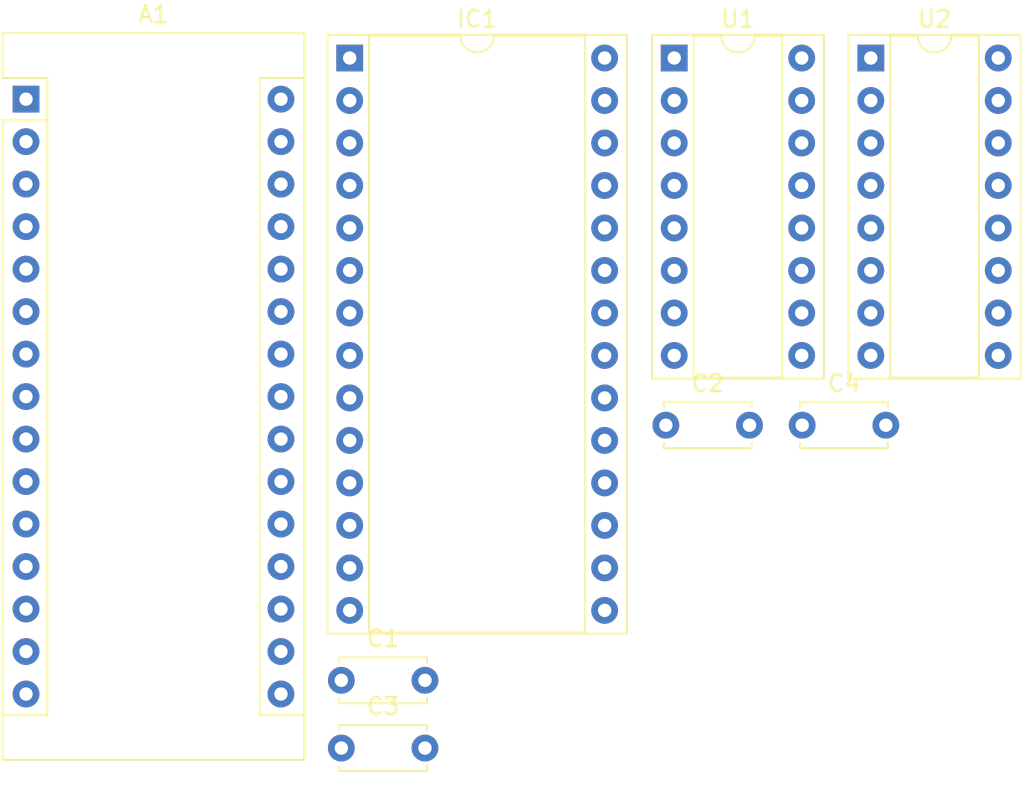
<source format=kicad_pcb>
(kicad_pcb (version 20171130) (host pcbnew "(5.1.0)-1")

  (general
    (thickness 1.6)
    (drawings 0)
    (tracks 0)
    (zones 0)
    (modules 8)
    (nets 33)
  )

  (page A4)
  (layers
    (0 F.Cu signal)
    (31 B.Cu signal)
    (32 B.Adhes user)
    (33 F.Adhes user)
    (34 B.Paste user)
    (35 F.Paste user)
    (36 B.SilkS user)
    (37 F.SilkS user)
    (38 B.Mask user)
    (39 F.Mask user)
    (40 Dwgs.User user)
    (41 Cmts.User user)
    (42 Eco1.User user)
    (43 Eco2.User user)
    (44 Edge.Cuts user)
    (45 Margin user)
    (46 B.CrtYd user)
    (47 F.CrtYd user)
    (48 B.Fab user)
    (49 F.Fab user)
  )

  (setup
    (last_trace_width 0.1534)
    (trace_clearance 0.1524)
    (zone_clearance 0.508)
    (zone_45_only no)
    (trace_min 0.1524)
    (via_size 0.508)
    (via_drill 0.254)
    (via_min_size 0.508)
    (via_min_drill 0.254)
    (uvia_size 0.508)
    (uvia_drill 0.254)
    (uvias_allowed no)
    (uvia_min_size 0.508)
    (uvia_min_drill 0.254)
    (edge_width 0.1)
    (segment_width 0.2)
    (pcb_text_width 0.3)
    (pcb_text_size 1.5 1.5)
    (mod_edge_width 0.15)
    (mod_text_size 1 1)
    (mod_text_width 0.15)
    (pad_size 1.524 1.524)
    (pad_drill 0.762)
    (pad_to_mask_clearance 0)
    (aux_axis_origin 0 0)
    (visible_elements FFFFFF7F)
    (pcbplotparams
      (layerselection 0x010fc_ffffffff)
      (usegerberextensions false)
      (usegerberattributes false)
      (usegerberadvancedattributes false)
      (creategerberjobfile false)
      (excludeedgelayer true)
      (linewidth 0.100000)
      (plotframeref false)
      (viasonmask false)
      (mode 1)
      (useauxorigin false)
      (hpglpennumber 1)
      (hpglpenspeed 20)
      (hpglpendiameter 15.000000)
      (psnegative false)
      (psa4output false)
      (plotreference true)
      (plotvalue true)
      (plotinvisibletext false)
      (padsonsilk false)
      (subtractmaskfromsilk false)
      (outputformat 1)
      (mirror false)
      (drillshape 1)
      (scaleselection 1)
      (outputdirectory ""))
  )

  (net 0 "")
  (net 1 srNotResetAll)
  (net 2 srReadClock)
  (net 3 /data0)
  (net 4 srNotOutputEnable)
  (net 5 /data1)
  (net 6 srSerialClock)
  (net 7 /data2)
  (net 8 srSerialData)
  (net 9 /data3)
  (net 10 /data4)
  (net 11 /data5)
  (net 12 /data6)
  (net 13 Arduino5V)
  (net 14 /data7)
  (net 15 eeNotWriteEnable)
  (net 16 GND)
  (net 17 eeNotChipEnable)
  (net 18 eeNotOutputEnable)
  (net 19 /addr12)
  (net 20 /addr07)
  (net 21 /addr06)
  (net 22 /addr05)
  (net 23 /addr04)
  (net 24 /addr03)
  (net 25 /addr10)
  (net 26 /addr02)
  (net 27 /addr01)
  (net 28 /addr11)
  (net 29 /addr00)
  (net 30 /addr09)
  (net 31 /addr08)
  (net 32 "Net-(U1-Pad9)")

  (net_class Default "This is the default net class."
    (clearance 0.1524)
    (trace_width 0.1534)
    (via_dia 0.508)
    (via_drill 0.254)
    (uvia_dia 0.508)
    (uvia_drill 0.254)
    (add_net /addr00)
    (add_net /addr01)
    (add_net /addr02)
    (add_net /addr03)
    (add_net /addr04)
    (add_net /addr05)
    (add_net /addr06)
    (add_net /addr07)
    (add_net /addr08)
    (add_net /addr09)
    (add_net /addr10)
    (add_net /addr11)
    (add_net /addr12)
    (add_net /data0)
    (add_net /data1)
    (add_net /data2)
    (add_net /data3)
    (add_net /data4)
    (add_net /data5)
    (add_net /data6)
    (add_net /data7)
    (add_net Arduino5V)
    (add_net GND)
    (add_net "Net-(U1-Pad9)")
    (add_net eeNotChipEnable)
    (add_net eeNotOutputEnable)
    (add_net eeNotWriteEnable)
    (add_net srNotOutputEnable)
    (add_net srNotResetAll)
    (add_net srReadClock)
    (add_net srSerialClock)
    (add_net srSerialData)
  )

  (module Module:Arduino_Nano (layer F.Cu) (tedit 58ACAF70) (tstamp 5CD1EEB2)
    (at 113.315001 72.665001)
    (descr "Arduino Nano, http://www.mouser.com/pdfdocs/Gravitech_Arduino_Nano3_0.pdf")
    (tags "Arduino Nano")
    (path /5CB9F09B)
    (fp_text reference A1 (at 7.62 -5.08) (layer F.SilkS)
      (effects (font (size 1 1) (thickness 0.15)))
    )
    (fp_text value Arduino_Nano_v3.x (at 8.89 19.05 90) (layer F.Fab)
      (effects (font (size 1 1) (thickness 0.15)))
    )
    (fp_text user %R (at 6.35 19.05 90) (layer F.Fab)
      (effects (font (size 1 1) (thickness 0.15)))
    )
    (fp_line (start 1.27 1.27) (end 1.27 -1.27) (layer F.SilkS) (width 0.12))
    (fp_line (start 1.27 -1.27) (end -1.4 -1.27) (layer F.SilkS) (width 0.12))
    (fp_line (start -1.4 1.27) (end -1.4 39.5) (layer F.SilkS) (width 0.12))
    (fp_line (start -1.4 -3.94) (end -1.4 -1.27) (layer F.SilkS) (width 0.12))
    (fp_line (start 13.97 -1.27) (end 16.64 -1.27) (layer F.SilkS) (width 0.12))
    (fp_line (start 13.97 -1.27) (end 13.97 36.83) (layer F.SilkS) (width 0.12))
    (fp_line (start 13.97 36.83) (end 16.64 36.83) (layer F.SilkS) (width 0.12))
    (fp_line (start 1.27 1.27) (end -1.4 1.27) (layer F.SilkS) (width 0.12))
    (fp_line (start 1.27 1.27) (end 1.27 36.83) (layer F.SilkS) (width 0.12))
    (fp_line (start 1.27 36.83) (end -1.4 36.83) (layer F.SilkS) (width 0.12))
    (fp_line (start 3.81 31.75) (end 11.43 31.75) (layer F.Fab) (width 0.1))
    (fp_line (start 11.43 31.75) (end 11.43 41.91) (layer F.Fab) (width 0.1))
    (fp_line (start 11.43 41.91) (end 3.81 41.91) (layer F.Fab) (width 0.1))
    (fp_line (start 3.81 41.91) (end 3.81 31.75) (layer F.Fab) (width 0.1))
    (fp_line (start -1.4 39.5) (end 16.64 39.5) (layer F.SilkS) (width 0.12))
    (fp_line (start 16.64 39.5) (end 16.64 -3.94) (layer F.SilkS) (width 0.12))
    (fp_line (start 16.64 -3.94) (end -1.4 -3.94) (layer F.SilkS) (width 0.12))
    (fp_line (start 16.51 39.37) (end -1.27 39.37) (layer F.Fab) (width 0.1))
    (fp_line (start -1.27 39.37) (end -1.27 -2.54) (layer F.Fab) (width 0.1))
    (fp_line (start -1.27 -2.54) (end 0 -3.81) (layer F.Fab) (width 0.1))
    (fp_line (start 0 -3.81) (end 16.51 -3.81) (layer F.Fab) (width 0.1))
    (fp_line (start 16.51 -3.81) (end 16.51 39.37) (layer F.Fab) (width 0.1))
    (fp_line (start -1.53 -4.06) (end 16.75 -4.06) (layer F.CrtYd) (width 0.05))
    (fp_line (start -1.53 -4.06) (end -1.53 42.16) (layer F.CrtYd) (width 0.05))
    (fp_line (start 16.75 42.16) (end 16.75 -4.06) (layer F.CrtYd) (width 0.05))
    (fp_line (start 16.75 42.16) (end -1.53 42.16) (layer F.CrtYd) (width 0.05))
    (pad 1 thru_hole rect (at 0 0) (size 1.6 1.6) (drill 0.8) (layers *.Cu *.Mask))
    (pad 17 thru_hole oval (at 15.24 33.02) (size 1.6 1.6) (drill 0.8) (layers *.Cu *.Mask))
    (pad 2 thru_hole oval (at 0 2.54) (size 1.6 1.6) (drill 0.8) (layers *.Cu *.Mask))
    (pad 18 thru_hole oval (at 15.24 30.48) (size 1.6 1.6) (drill 0.8) (layers *.Cu *.Mask))
    (pad 3 thru_hole oval (at 0 5.08) (size 1.6 1.6) (drill 0.8) (layers *.Cu *.Mask))
    (pad 19 thru_hole oval (at 15.24 27.94) (size 1.6 1.6) (drill 0.8) (layers *.Cu *.Mask)
      (net 1 srNotResetAll))
    (pad 4 thru_hole oval (at 0 7.62) (size 1.6 1.6) (drill 0.8) (layers *.Cu *.Mask))
    (pad 20 thru_hole oval (at 15.24 25.4) (size 1.6 1.6) (drill 0.8) (layers *.Cu *.Mask)
      (net 2 srReadClock))
    (pad 5 thru_hole oval (at 0 10.16) (size 1.6 1.6) (drill 0.8) (layers *.Cu *.Mask)
      (net 3 /data0))
    (pad 21 thru_hole oval (at 15.24 22.86) (size 1.6 1.6) (drill 0.8) (layers *.Cu *.Mask)
      (net 4 srNotOutputEnable))
    (pad 6 thru_hole oval (at 0 12.7) (size 1.6 1.6) (drill 0.8) (layers *.Cu *.Mask)
      (net 5 /data1))
    (pad 22 thru_hole oval (at 15.24 20.32) (size 1.6 1.6) (drill 0.8) (layers *.Cu *.Mask)
      (net 6 srSerialClock))
    (pad 7 thru_hole oval (at 0 15.24) (size 1.6 1.6) (drill 0.8) (layers *.Cu *.Mask)
      (net 7 /data2))
    (pad 23 thru_hole oval (at 15.24 17.78) (size 1.6 1.6) (drill 0.8) (layers *.Cu *.Mask)
      (net 8 srSerialData))
    (pad 8 thru_hole oval (at 0 17.78) (size 1.6 1.6) (drill 0.8) (layers *.Cu *.Mask)
      (net 9 /data3))
    (pad 24 thru_hole oval (at 15.24 15.24) (size 1.6 1.6) (drill 0.8) (layers *.Cu *.Mask))
    (pad 9 thru_hole oval (at 0 20.32) (size 1.6 1.6) (drill 0.8) (layers *.Cu *.Mask)
      (net 10 /data4))
    (pad 25 thru_hole oval (at 15.24 12.7) (size 1.6 1.6) (drill 0.8) (layers *.Cu *.Mask))
    (pad 10 thru_hole oval (at 0 22.86) (size 1.6 1.6) (drill 0.8) (layers *.Cu *.Mask)
      (net 11 /data5))
    (pad 26 thru_hole oval (at 15.24 10.16) (size 1.6 1.6) (drill 0.8) (layers *.Cu *.Mask))
    (pad 11 thru_hole oval (at 0 25.4) (size 1.6 1.6) (drill 0.8) (layers *.Cu *.Mask)
      (net 12 /data6))
    (pad 27 thru_hole oval (at 15.24 7.62) (size 1.6 1.6) (drill 0.8) (layers *.Cu *.Mask)
      (net 13 Arduino5V))
    (pad 12 thru_hole oval (at 0 27.94) (size 1.6 1.6) (drill 0.8) (layers *.Cu *.Mask)
      (net 14 /data7))
    (pad 28 thru_hole oval (at 15.24 5.08) (size 1.6 1.6) (drill 0.8) (layers *.Cu *.Mask))
    (pad 13 thru_hole oval (at 0 30.48) (size 1.6 1.6) (drill 0.8) (layers *.Cu *.Mask)
      (net 15 eeNotWriteEnable))
    (pad 29 thru_hole oval (at 15.24 2.54) (size 1.6 1.6) (drill 0.8) (layers *.Cu *.Mask)
      (net 16 GND))
    (pad 14 thru_hole oval (at 0 33.02) (size 1.6 1.6) (drill 0.8) (layers *.Cu *.Mask)
      (net 17 eeNotChipEnable))
    (pad 30 thru_hole oval (at 15.24 0) (size 1.6 1.6) (drill 0.8) (layers *.Cu *.Mask))
    (pad 15 thru_hole oval (at 0 35.56) (size 1.6 1.6) (drill 0.8) (layers *.Cu *.Mask)
      (net 18 eeNotOutputEnable))
    (pad 16 thru_hole oval (at 15.24 35.56) (size 1.6 1.6) (drill 0.8) (layers *.Cu *.Mask))
    (model ${KISYS3DMOD}/Module.3dshapes/Arduino_Nano_WithMountingHoles.wrl
      (at (xyz 0 0 0))
      (scale (xyz 1 1 1))
      (rotate (xyz 0 0 0))
    )
  )

  (module Capacitor_THT:C_Disc_D5.0mm_W2.5mm_P5.00mm (layer F.Cu) (tedit 5AE50EF0) (tstamp 5CD1EEC7)
    (at 132.165001 107.405001)
    (descr "C, Disc series, Radial, pin pitch=5.00mm, , diameter*width=5*2.5mm^2, Capacitor, http://cdn-reichelt.de/documents/datenblatt/B300/DS_KERKO_TC.pdf")
    (tags "C Disc series Radial pin pitch 5.00mm  diameter 5mm width 2.5mm Capacitor")
    (path /5CB9E54E)
    (fp_text reference C1 (at 2.5 -2.5) (layer F.SilkS)
      (effects (font (size 1 1) (thickness 0.15)))
    )
    (fp_text value .1uF (at 2.5 2.5) (layer F.Fab)
      (effects (font (size 1 1) (thickness 0.15)))
    )
    (fp_text user %R (at 2.5 0) (layer F.Fab)
      (effects (font (size 1 1) (thickness 0.15)))
    )
    (fp_line (start 6.05 -1.5) (end -1.05 -1.5) (layer F.CrtYd) (width 0.05))
    (fp_line (start 6.05 1.5) (end 6.05 -1.5) (layer F.CrtYd) (width 0.05))
    (fp_line (start -1.05 1.5) (end 6.05 1.5) (layer F.CrtYd) (width 0.05))
    (fp_line (start -1.05 -1.5) (end -1.05 1.5) (layer F.CrtYd) (width 0.05))
    (fp_line (start 5.12 1.055) (end 5.12 1.37) (layer F.SilkS) (width 0.12))
    (fp_line (start 5.12 -1.37) (end 5.12 -1.055) (layer F.SilkS) (width 0.12))
    (fp_line (start -0.12 1.055) (end -0.12 1.37) (layer F.SilkS) (width 0.12))
    (fp_line (start -0.12 -1.37) (end -0.12 -1.055) (layer F.SilkS) (width 0.12))
    (fp_line (start -0.12 1.37) (end 5.12 1.37) (layer F.SilkS) (width 0.12))
    (fp_line (start -0.12 -1.37) (end 5.12 -1.37) (layer F.SilkS) (width 0.12))
    (fp_line (start 5 -1.25) (end 0 -1.25) (layer F.Fab) (width 0.1))
    (fp_line (start 5 1.25) (end 5 -1.25) (layer F.Fab) (width 0.1))
    (fp_line (start 0 1.25) (end 5 1.25) (layer F.Fab) (width 0.1))
    (fp_line (start 0 -1.25) (end 0 1.25) (layer F.Fab) (width 0.1))
    (pad 2 thru_hole circle (at 5 0) (size 1.6 1.6) (drill 0.8) (layers *.Cu *.Mask)
      (net 16 GND))
    (pad 1 thru_hole circle (at 0 0) (size 1.6 1.6) (drill 0.8) (layers *.Cu *.Mask)
      (net 13 Arduino5V))
    (model ${KISYS3DMOD}/Capacitor_THT.3dshapes/C_Disc_D5.0mm_W2.5mm_P5.00mm.wrl
      (at (xyz 0 0 0))
      (scale (xyz 1 1 1))
      (rotate (xyz 0 0 0))
    )
  )

  (module Capacitor_THT:C_Disc_D5.0mm_W2.5mm_P5.00mm (layer F.Cu) (tedit 5AE50EF0) (tstamp 5CD1EEDC)
    (at 151.565001 92.155001)
    (descr "C, Disc series, Radial, pin pitch=5.00mm, , diameter*width=5*2.5mm^2, Capacitor, http://cdn-reichelt.de/documents/datenblatt/B300/DS_KERKO_TC.pdf")
    (tags "C Disc series Radial pin pitch 5.00mm  diameter 5mm width 2.5mm Capacitor")
    (path /5CBA60B6)
    (fp_text reference C2 (at 2.5 -2.5) (layer F.SilkS)
      (effects (font (size 1 1) (thickness 0.15)))
    )
    (fp_text value .1uF (at 2.5 2.5) (layer F.Fab)
      (effects (font (size 1 1) (thickness 0.15)))
    )
    (fp_line (start 0 -1.25) (end 0 1.25) (layer F.Fab) (width 0.1))
    (fp_line (start 0 1.25) (end 5 1.25) (layer F.Fab) (width 0.1))
    (fp_line (start 5 1.25) (end 5 -1.25) (layer F.Fab) (width 0.1))
    (fp_line (start 5 -1.25) (end 0 -1.25) (layer F.Fab) (width 0.1))
    (fp_line (start -0.12 -1.37) (end 5.12 -1.37) (layer F.SilkS) (width 0.12))
    (fp_line (start -0.12 1.37) (end 5.12 1.37) (layer F.SilkS) (width 0.12))
    (fp_line (start -0.12 -1.37) (end -0.12 -1.055) (layer F.SilkS) (width 0.12))
    (fp_line (start -0.12 1.055) (end -0.12 1.37) (layer F.SilkS) (width 0.12))
    (fp_line (start 5.12 -1.37) (end 5.12 -1.055) (layer F.SilkS) (width 0.12))
    (fp_line (start 5.12 1.055) (end 5.12 1.37) (layer F.SilkS) (width 0.12))
    (fp_line (start -1.05 -1.5) (end -1.05 1.5) (layer F.CrtYd) (width 0.05))
    (fp_line (start -1.05 1.5) (end 6.05 1.5) (layer F.CrtYd) (width 0.05))
    (fp_line (start 6.05 1.5) (end 6.05 -1.5) (layer F.CrtYd) (width 0.05))
    (fp_line (start 6.05 -1.5) (end -1.05 -1.5) (layer F.CrtYd) (width 0.05))
    (fp_text user %R (at 2.5 0) (layer F.Fab)
      (effects (font (size 1 1) (thickness 0.15)))
    )
    (pad 1 thru_hole circle (at 0 0) (size 1.6 1.6) (drill 0.8) (layers *.Cu *.Mask)
      (net 13 Arduino5V))
    (pad 2 thru_hole circle (at 5 0) (size 1.6 1.6) (drill 0.8) (layers *.Cu *.Mask)
      (net 16 GND))
    (model ${KISYS3DMOD}/Capacitor_THT.3dshapes/C_Disc_D5.0mm_W2.5mm_P5.00mm.wrl
      (at (xyz 0 0 0))
      (scale (xyz 1 1 1))
      (rotate (xyz 0 0 0))
    )
  )

  (module Capacitor_THT:C_Disc_D5.0mm_W2.5mm_P5.00mm (layer F.Cu) (tedit 5AE50EF0) (tstamp 5CD1EEF1)
    (at 132.165001 111.455001)
    (descr "C, Disc series, Radial, pin pitch=5.00mm, , diameter*width=5*2.5mm^2, Capacitor, http://cdn-reichelt.de/documents/datenblatt/B300/DS_KERKO_TC.pdf")
    (tags "C Disc series Radial pin pitch 5.00mm  diameter 5mm width 2.5mm Capacitor")
    (path /5CBAF261)
    (fp_text reference C3 (at 2.5 -2.5) (layer F.SilkS)
      (effects (font (size 1 1) (thickness 0.15)))
    )
    (fp_text value .1uF (at 2.5 2.5) (layer F.Fab)
      (effects (font (size 1 1) (thickness 0.15)))
    )
    (fp_text user %R (at 2.5 0) (layer F.Fab)
      (effects (font (size 1 1) (thickness 0.15)))
    )
    (fp_line (start 6.05 -1.5) (end -1.05 -1.5) (layer F.CrtYd) (width 0.05))
    (fp_line (start 6.05 1.5) (end 6.05 -1.5) (layer F.CrtYd) (width 0.05))
    (fp_line (start -1.05 1.5) (end 6.05 1.5) (layer F.CrtYd) (width 0.05))
    (fp_line (start -1.05 -1.5) (end -1.05 1.5) (layer F.CrtYd) (width 0.05))
    (fp_line (start 5.12 1.055) (end 5.12 1.37) (layer F.SilkS) (width 0.12))
    (fp_line (start 5.12 -1.37) (end 5.12 -1.055) (layer F.SilkS) (width 0.12))
    (fp_line (start -0.12 1.055) (end -0.12 1.37) (layer F.SilkS) (width 0.12))
    (fp_line (start -0.12 -1.37) (end -0.12 -1.055) (layer F.SilkS) (width 0.12))
    (fp_line (start -0.12 1.37) (end 5.12 1.37) (layer F.SilkS) (width 0.12))
    (fp_line (start -0.12 -1.37) (end 5.12 -1.37) (layer F.SilkS) (width 0.12))
    (fp_line (start 5 -1.25) (end 0 -1.25) (layer F.Fab) (width 0.1))
    (fp_line (start 5 1.25) (end 5 -1.25) (layer F.Fab) (width 0.1))
    (fp_line (start 0 1.25) (end 5 1.25) (layer F.Fab) (width 0.1))
    (fp_line (start 0 -1.25) (end 0 1.25) (layer F.Fab) (width 0.1))
    (pad 2 thru_hole circle (at 5 0) (size 1.6 1.6) (drill 0.8) (layers *.Cu *.Mask)
      (net 16 GND))
    (pad 1 thru_hole circle (at 0 0) (size 1.6 1.6) (drill 0.8) (layers *.Cu *.Mask)
      (net 13 Arduino5V))
    (model ${KISYS3DMOD}/Capacitor_THT.3dshapes/C_Disc_D5.0mm_W2.5mm_P5.00mm.wrl
      (at (xyz 0 0 0))
      (scale (xyz 1 1 1))
      (rotate (xyz 0 0 0))
    )
  )

  (module Capacitor_THT:C_Disc_D5.0mm_W2.5mm_P5.00mm (layer F.Cu) (tedit 5AE50EF0) (tstamp 5CD1EF06)
    (at 159.715001 92.155001)
    (descr "C, Disc series, Radial, pin pitch=5.00mm, , diameter*width=5*2.5mm^2, Capacitor, http://cdn-reichelt.de/documents/datenblatt/B300/DS_KERKO_TC.pdf")
    (tags "C Disc series Radial pin pitch 5.00mm  diameter 5mm width 2.5mm Capacitor")
    (path /5CB78612)
    (fp_text reference C4 (at 2.5 -2.5) (layer F.SilkS)
      (effects (font (size 1 1) (thickness 0.15)))
    )
    (fp_text value .1uF (at 2.5 2.5) (layer F.Fab)
      (effects (font (size 1 1) (thickness 0.15)))
    )
    (fp_line (start 0 -1.25) (end 0 1.25) (layer F.Fab) (width 0.1))
    (fp_line (start 0 1.25) (end 5 1.25) (layer F.Fab) (width 0.1))
    (fp_line (start 5 1.25) (end 5 -1.25) (layer F.Fab) (width 0.1))
    (fp_line (start 5 -1.25) (end 0 -1.25) (layer F.Fab) (width 0.1))
    (fp_line (start -0.12 -1.37) (end 5.12 -1.37) (layer F.SilkS) (width 0.12))
    (fp_line (start -0.12 1.37) (end 5.12 1.37) (layer F.SilkS) (width 0.12))
    (fp_line (start -0.12 -1.37) (end -0.12 -1.055) (layer F.SilkS) (width 0.12))
    (fp_line (start -0.12 1.055) (end -0.12 1.37) (layer F.SilkS) (width 0.12))
    (fp_line (start 5.12 -1.37) (end 5.12 -1.055) (layer F.SilkS) (width 0.12))
    (fp_line (start 5.12 1.055) (end 5.12 1.37) (layer F.SilkS) (width 0.12))
    (fp_line (start -1.05 -1.5) (end -1.05 1.5) (layer F.CrtYd) (width 0.05))
    (fp_line (start -1.05 1.5) (end 6.05 1.5) (layer F.CrtYd) (width 0.05))
    (fp_line (start 6.05 1.5) (end 6.05 -1.5) (layer F.CrtYd) (width 0.05))
    (fp_line (start 6.05 -1.5) (end -1.05 -1.5) (layer F.CrtYd) (width 0.05))
    (fp_text user %R (at 2.5 0) (layer F.Fab)
      (effects (font (size 1 1) (thickness 0.15)))
    )
    (pad 1 thru_hole circle (at 0 0) (size 1.6 1.6) (drill 0.8) (layers *.Cu *.Mask)
      (net 16 GND))
    (pad 2 thru_hole circle (at 5 0) (size 1.6 1.6) (drill 0.8) (layers *.Cu *.Mask)
      (net 13 Arduino5V))
    (model ${KISYS3DMOD}/Capacitor_THT.3dshapes/C_Disc_D5.0mm_W2.5mm_P5.00mm.wrl
      (at (xyz 0 0 0))
      (scale (xyz 1 1 1))
      (rotate (xyz 0 0 0))
    )
  )

  (module Package_DIP:DIP-28_W15.24mm_Socket (layer F.Cu) (tedit 5A02E8C5) (tstamp 5CD1EF3E)
    (at 132.665001 70.205001)
    (descr "28-lead though-hole mounted DIP package, row spacing 15.24 mm (600 mils), Socket")
    (tags "THT DIP DIL PDIP 2.54mm 15.24mm 600mil Socket")
    (path /5CB76AFF)
    (fp_text reference IC1 (at 7.62 -2.33) (layer F.SilkS)
      (effects (font (size 1 1) (thickness 0.15)))
    )
    (fp_text value AT28C64B-15PU (at 7.62 35.35) (layer F.Fab)
      (effects (font (size 1 1) (thickness 0.15)))
    )
    (fp_arc (start 7.62 -1.33) (end 6.62 -1.33) (angle -180) (layer F.SilkS) (width 0.12))
    (fp_line (start 1.255 -1.27) (end 14.985 -1.27) (layer F.Fab) (width 0.1))
    (fp_line (start 14.985 -1.27) (end 14.985 34.29) (layer F.Fab) (width 0.1))
    (fp_line (start 14.985 34.29) (end 0.255 34.29) (layer F.Fab) (width 0.1))
    (fp_line (start 0.255 34.29) (end 0.255 -0.27) (layer F.Fab) (width 0.1))
    (fp_line (start 0.255 -0.27) (end 1.255 -1.27) (layer F.Fab) (width 0.1))
    (fp_line (start -1.27 -1.33) (end -1.27 34.35) (layer F.Fab) (width 0.1))
    (fp_line (start -1.27 34.35) (end 16.51 34.35) (layer F.Fab) (width 0.1))
    (fp_line (start 16.51 34.35) (end 16.51 -1.33) (layer F.Fab) (width 0.1))
    (fp_line (start 16.51 -1.33) (end -1.27 -1.33) (layer F.Fab) (width 0.1))
    (fp_line (start 6.62 -1.33) (end 1.16 -1.33) (layer F.SilkS) (width 0.12))
    (fp_line (start 1.16 -1.33) (end 1.16 34.35) (layer F.SilkS) (width 0.12))
    (fp_line (start 1.16 34.35) (end 14.08 34.35) (layer F.SilkS) (width 0.12))
    (fp_line (start 14.08 34.35) (end 14.08 -1.33) (layer F.SilkS) (width 0.12))
    (fp_line (start 14.08 -1.33) (end 8.62 -1.33) (layer F.SilkS) (width 0.12))
    (fp_line (start -1.33 -1.39) (end -1.33 34.41) (layer F.SilkS) (width 0.12))
    (fp_line (start -1.33 34.41) (end 16.57 34.41) (layer F.SilkS) (width 0.12))
    (fp_line (start 16.57 34.41) (end 16.57 -1.39) (layer F.SilkS) (width 0.12))
    (fp_line (start 16.57 -1.39) (end -1.33 -1.39) (layer F.SilkS) (width 0.12))
    (fp_line (start -1.55 -1.6) (end -1.55 34.65) (layer F.CrtYd) (width 0.05))
    (fp_line (start -1.55 34.65) (end 16.8 34.65) (layer F.CrtYd) (width 0.05))
    (fp_line (start 16.8 34.65) (end 16.8 -1.6) (layer F.CrtYd) (width 0.05))
    (fp_line (start 16.8 -1.6) (end -1.55 -1.6) (layer F.CrtYd) (width 0.05))
    (fp_text user %R (at 7.62 16.51) (layer F.Fab)
      (effects (font (size 1 1) (thickness 0.15)))
    )
    (pad 1 thru_hole rect (at 0 0) (size 1.6 1.6) (drill 0.8) (layers *.Cu *.Mask))
    (pad 15 thru_hole oval (at 15.24 33.02) (size 1.6 1.6) (drill 0.8) (layers *.Cu *.Mask)
      (net 9 /data3))
    (pad 2 thru_hole oval (at 0 2.54) (size 1.6 1.6) (drill 0.8) (layers *.Cu *.Mask)
      (net 19 /addr12))
    (pad 16 thru_hole oval (at 15.24 30.48) (size 1.6 1.6) (drill 0.8) (layers *.Cu *.Mask)
      (net 10 /data4))
    (pad 3 thru_hole oval (at 0 5.08) (size 1.6 1.6) (drill 0.8) (layers *.Cu *.Mask)
      (net 20 /addr07))
    (pad 17 thru_hole oval (at 15.24 27.94) (size 1.6 1.6) (drill 0.8) (layers *.Cu *.Mask)
      (net 11 /data5))
    (pad 4 thru_hole oval (at 0 7.62) (size 1.6 1.6) (drill 0.8) (layers *.Cu *.Mask)
      (net 21 /addr06))
    (pad 18 thru_hole oval (at 15.24 25.4) (size 1.6 1.6) (drill 0.8) (layers *.Cu *.Mask)
      (net 12 /data6))
    (pad 5 thru_hole oval (at 0 10.16) (size 1.6 1.6) (drill 0.8) (layers *.Cu *.Mask)
      (net 22 /addr05))
    (pad 19 thru_hole oval (at 15.24 22.86) (size 1.6 1.6) (drill 0.8) (layers *.Cu *.Mask)
      (net 14 /data7))
    (pad 6 thru_hole oval (at 0 12.7) (size 1.6 1.6) (drill 0.8) (layers *.Cu *.Mask)
      (net 23 /addr04))
    (pad 20 thru_hole oval (at 15.24 20.32) (size 1.6 1.6) (drill 0.8) (layers *.Cu *.Mask)
      (net 17 eeNotChipEnable))
    (pad 7 thru_hole oval (at 0 15.24) (size 1.6 1.6) (drill 0.8) (layers *.Cu *.Mask)
      (net 24 /addr03))
    (pad 21 thru_hole oval (at 15.24 17.78) (size 1.6 1.6) (drill 0.8) (layers *.Cu *.Mask)
      (net 25 /addr10))
    (pad 8 thru_hole oval (at 0 17.78) (size 1.6 1.6) (drill 0.8) (layers *.Cu *.Mask)
      (net 26 /addr02))
    (pad 22 thru_hole oval (at 15.24 15.24) (size 1.6 1.6) (drill 0.8) (layers *.Cu *.Mask)
      (net 18 eeNotOutputEnable))
    (pad 9 thru_hole oval (at 0 20.32) (size 1.6 1.6) (drill 0.8) (layers *.Cu *.Mask)
      (net 27 /addr01))
    (pad 23 thru_hole oval (at 15.24 12.7) (size 1.6 1.6) (drill 0.8) (layers *.Cu *.Mask)
      (net 28 /addr11))
    (pad 10 thru_hole oval (at 0 22.86) (size 1.6 1.6) (drill 0.8) (layers *.Cu *.Mask)
      (net 29 /addr00))
    (pad 24 thru_hole oval (at 15.24 10.16) (size 1.6 1.6) (drill 0.8) (layers *.Cu *.Mask)
      (net 30 /addr09))
    (pad 11 thru_hole oval (at 0 25.4) (size 1.6 1.6) (drill 0.8) (layers *.Cu *.Mask)
      (net 3 /data0))
    (pad 25 thru_hole oval (at 15.24 7.62) (size 1.6 1.6) (drill 0.8) (layers *.Cu *.Mask)
      (net 31 /addr08))
    (pad 12 thru_hole oval (at 0 27.94) (size 1.6 1.6) (drill 0.8) (layers *.Cu *.Mask)
      (net 5 /data1))
    (pad 26 thru_hole oval (at 15.24 5.08) (size 1.6 1.6) (drill 0.8) (layers *.Cu *.Mask))
    (pad 13 thru_hole oval (at 0 30.48) (size 1.6 1.6) (drill 0.8) (layers *.Cu *.Mask)
      (net 7 /data2))
    (pad 27 thru_hole oval (at 15.24 2.54) (size 1.6 1.6) (drill 0.8) (layers *.Cu *.Mask)
      (net 15 eeNotWriteEnable))
    (pad 14 thru_hole oval (at 0 33.02) (size 1.6 1.6) (drill 0.8) (layers *.Cu *.Mask)
      (net 16 GND))
    (pad 28 thru_hole oval (at 15.24 0) (size 1.6 1.6) (drill 0.8) (layers *.Cu *.Mask)
      (net 13 Arduino5V))
    (model ${KISYS3DMOD}/Package_DIP.3dshapes/DIP-28_W15.24mm_Socket.wrl
      (at (xyz 0 0 0))
      (scale (xyz 1 1 1))
      (rotate (xyz 0 0 0))
    )
  )

  (module Package_DIP:DIP-16_W7.62mm_Socket (layer F.Cu) (tedit 5A02E8C5) (tstamp 5CD1EF6A)
    (at 152.065001 70.205001)
    (descr "16-lead though-hole mounted DIP package, row spacing 7.62 mm (300 mils), Socket")
    (tags "THT DIP DIL PDIP 2.54mm 7.62mm 300mil Socket")
    (path /5CB78989)
    (fp_text reference U1 (at 3.81 -2.33) (layer F.SilkS)
      (effects (font (size 1 1) (thickness 0.15)))
    )
    (fp_text value 74HC595 (at 3.81 20.11) (layer F.Fab)
      (effects (font (size 1 1) (thickness 0.15)))
    )
    (fp_arc (start 3.81 -1.33) (end 2.81 -1.33) (angle -180) (layer F.SilkS) (width 0.12))
    (fp_line (start 1.635 -1.27) (end 6.985 -1.27) (layer F.Fab) (width 0.1))
    (fp_line (start 6.985 -1.27) (end 6.985 19.05) (layer F.Fab) (width 0.1))
    (fp_line (start 6.985 19.05) (end 0.635 19.05) (layer F.Fab) (width 0.1))
    (fp_line (start 0.635 19.05) (end 0.635 -0.27) (layer F.Fab) (width 0.1))
    (fp_line (start 0.635 -0.27) (end 1.635 -1.27) (layer F.Fab) (width 0.1))
    (fp_line (start -1.27 -1.33) (end -1.27 19.11) (layer F.Fab) (width 0.1))
    (fp_line (start -1.27 19.11) (end 8.89 19.11) (layer F.Fab) (width 0.1))
    (fp_line (start 8.89 19.11) (end 8.89 -1.33) (layer F.Fab) (width 0.1))
    (fp_line (start 8.89 -1.33) (end -1.27 -1.33) (layer F.Fab) (width 0.1))
    (fp_line (start 2.81 -1.33) (end 1.16 -1.33) (layer F.SilkS) (width 0.12))
    (fp_line (start 1.16 -1.33) (end 1.16 19.11) (layer F.SilkS) (width 0.12))
    (fp_line (start 1.16 19.11) (end 6.46 19.11) (layer F.SilkS) (width 0.12))
    (fp_line (start 6.46 19.11) (end 6.46 -1.33) (layer F.SilkS) (width 0.12))
    (fp_line (start 6.46 -1.33) (end 4.81 -1.33) (layer F.SilkS) (width 0.12))
    (fp_line (start -1.33 -1.39) (end -1.33 19.17) (layer F.SilkS) (width 0.12))
    (fp_line (start -1.33 19.17) (end 8.95 19.17) (layer F.SilkS) (width 0.12))
    (fp_line (start 8.95 19.17) (end 8.95 -1.39) (layer F.SilkS) (width 0.12))
    (fp_line (start 8.95 -1.39) (end -1.33 -1.39) (layer F.SilkS) (width 0.12))
    (fp_line (start -1.55 -1.6) (end -1.55 19.4) (layer F.CrtYd) (width 0.05))
    (fp_line (start -1.55 19.4) (end 9.15 19.4) (layer F.CrtYd) (width 0.05))
    (fp_line (start 9.15 19.4) (end 9.15 -1.6) (layer F.CrtYd) (width 0.05))
    (fp_line (start 9.15 -1.6) (end -1.55 -1.6) (layer F.CrtYd) (width 0.05))
    (fp_text user %R (at 3.81 8.89) (layer F.Fab)
      (effects (font (size 1 1) (thickness 0.15)))
    )
    (pad 1 thru_hole rect (at 0 0) (size 1.6 1.6) (drill 0.8) (layers *.Cu *.Mask)
      (net 27 /addr01))
    (pad 9 thru_hole oval (at 7.62 17.78) (size 1.6 1.6) (drill 0.8) (layers *.Cu *.Mask)
      (net 32 "Net-(U1-Pad9)"))
    (pad 2 thru_hole oval (at 0 2.54) (size 1.6 1.6) (drill 0.8) (layers *.Cu *.Mask)
      (net 26 /addr02))
    (pad 10 thru_hole oval (at 7.62 15.24) (size 1.6 1.6) (drill 0.8) (layers *.Cu *.Mask)
      (net 1 srNotResetAll))
    (pad 3 thru_hole oval (at 0 5.08) (size 1.6 1.6) (drill 0.8) (layers *.Cu *.Mask)
      (net 24 /addr03))
    (pad 11 thru_hole oval (at 7.62 12.7) (size 1.6 1.6) (drill 0.8) (layers *.Cu *.Mask)
      (net 6 srSerialClock))
    (pad 4 thru_hole oval (at 0 7.62) (size 1.6 1.6) (drill 0.8) (layers *.Cu *.Mask)
      (net 23 /addr04))
    (pad 12 thru_hole oval (at 7.62 10.16) (size 1.6 1.6) (drill 0.8) (layers *.Cu *.Mask)
      (net 2 srReadClock))
    (pad 5 thru_hole oval (at 0 10.16) (size 1.6 1.6) (drill 0.8) (layers *.Cu *.Mask)
      (net 22 /addr05))
    (pad 13 thru_hole oval (at 7.62 7.62) (size 1.6 1.6) (drill 0.8) (layers *.Cu *.Mask)
      (net 4 srNotOutputEnable))
    (pad 6 thru_hole oval (at 0 12.7) (size 1.6 1.6) (drill 0.8) (layers *.Cu *.Mask)
      (net 21 /addr06))
    (pad 14 thru_hole oval (at 7.62 5.08) (size 1.6 1.6) (drill 0.8) (layers *.Cu *.Mask)
      (net 8 srSerialData))
    (pad 7 thru_hole oval (at 0 15.24) (size 1.6 1.6) (drill 0.8) (layers *.Cu *.Mask)
      (net 20 /addr07))
    (pad 15 thru_hole oval (at 7.62 2.54) (size 1.6 1.6) (drill 0.8) (layers *.Cu *.Mask)
      (net 29 /addr00))
    (pad 8 thru_hole oval (at 0 17.78) (size 1.6 1.6) (drill 0.8) (layers *.Cu *.Mask)
      (net 16 GND))
    (pad 16 thru_hole oval (at 7.62 0) (size 1.6 1.6) (drill 0.8) (layers *.Cu *.Mask)
      (net 13 Arduino5V))
    (model ${KISYS3DMOD}/Package_DIP.3dshapes/DIP-16_W7.62mm_Socket.wrl
      (at (xyz 0 0 0))
      (scale (xyz 1 1 1))
      (rotate (xyz 0 0 0))
    )
  )

  (module Package_DIP:DIP-16_W7.62mm_Socket (layer F.Cu) (tedit 5A02E8C5) (tstamp 5CD1EF96)
    (at 163.815001 70.205001)
    (descr "16-lead though-hole mounted DIP package, row spacing 7.62 mm (300 mils), Socket")
    (tags "THT DIP DIL PDIP 2.54mm 7.62mm 300mil Socket")
    (path /5CB788C3)
    (fp_text reference U2 (at 3.81 -2.33) (layer F.SilkS)
      (effects (font (size 1 1) (thickness 0.15)))
    )
    (fp_text value 74HC595 (at 3.81 20.11) (layer F.Fab)
      (effects (font (size 1 1) (thickness 0.15)))
    )
    (fp_text user %R (at 3.81 8.89) (layer F.Fab)
      (effects (font (size 1 1) (thickness 0.15)))
    )
    (fp_line (start 9.15 -1.6) (end -1.55 -1.6) (layer F.CrtYd) (width 0.05))
    (fp_line (start 9.15 19.4) (end 9.15 -1.6) (layer F.CrtYd) (width 0.05))
    (fp_line (start -1.55 19.4) (end 9.15 19.4) (layer F.CrtYd) (width 0.05))
    (fp_line (start -1.55 -1.6) (end -1.55 19.4) (layer F.CrtYd) (width 0.05))
    (fp_line (start 8.95 -1.39) (end -1.33 -1.39) (layer F.SilkS) (width 0.12))
    (fp_line (start 8.95 19.17) (end 8.95 -1.39) (layer F.SilkS) (width 0.12))
    (fp_line (start -1.33 19.17) (end 8.95 19.17) (layer F.SilkS) (width 0.12))
    (fp_line (start -1.33 -1.39) (end -1.33 19.17) (layer F.SilkS) (width 0.12))
    (fp_line (start 6.46 -1.33) (end 4.81 -1.33) (layer F.SilkS) (width 0.12))
    (fp_line (start 6.46 19.11) (end 6.46 -1.33) (layer F.SilkS) (width 0.12))
    (fp_line (start 1.16 19.11) (end 6.46 19.11) (layer F.SilkS) (width 0.12))
    (fp_line (start 1.16 -1.33) (end 1.16 19.11) (layer F.SilkS) (width 0.12))
    (fp_line (start 2.81 -1.33) (end 1.16 -1.33) (layer F.SilkS) (width 0.12))
    (fp_line (start 8.89 -1.33) (end -1.27 -1.33) (layer F.Fab) (width 0.1))
    (fp_line (start 8.89 19.11) (end 8.89 -1.33) (layer F.Fab) (width 0.1))
    (fp_line (start -1.27 19.11) (end 8.89 19.11) (layer F.Fab) (width 0.1))
    (fp_line (start -1.27 -1.33) (end -1.27 19.11) (layer F.Fab) (width 0.1))
    (fp_line (start 0.635 -0.27) (end 1.635 -1.27) (layer F.Fab) (width 0.1))
    (fp_line (start 0.635 19.05) (end 0.635 -0.27) (layer F.Fab) (width 0.1))
    (fp_line (start 6.985 19.05) (end 0.635 19.05) (layer F.Fab) (width 0.1))
    (fp_line (start 6.985 -1.27) (end 6.985 19.05) (layer F.Fab) (width 0.1))
    (fp_line (start 1.635 -1.27) (end 6.985 -1.27) (layer F.Fab) (width 0.1))
    (fp_arc (start 3.81 -1.33) (end 2.81 -1.33) (angle -180) (layer F.SilkS) (width 0.12))
    (pad 16 thru_hole oval (at 7.62 0) (size 1.6 1.6) (drill 0.8) (layers *.Cu *.Mask)
      (net 13 Arduino5V))
    (pad 8 thru_hole oval (at 0 17.78) (size 1.6 1.6) (drill 0.8) (layers *.Cu *.Mask)
      (net 16 GND))
    (pad 15 thru_hole oval (at 7.62 2.54) (size 1.6 1.6) (drill 0.8) (layers *.Cu *.Mask)
      (net 31 /addr08))
    (pad 7 thru_hole oval (at 0 15.24) (size 1.6 1.6) (drill 0.8) (layers *.Cu *.Mask)
      (net 16 GND))
    (pad 14 thru_hole oval (at 7.62 5.08) (size 1.6 1.6) (drill 0.8) (layers *.Cu *.Mask)
      (net 32 "Net-(U1-Pad9)"))
    (pad 6 thru_hole oval (at 0 12.7) (size 1.6 1.6) (drill 0.8) (layers *.Cu *.Mask)
      (net 16 GND))
    (pad 13 thru_hole oval (at 7.62 7.62) (size 1.6 1.6) (drill 0.8) (layers *.Cu *.Mask)
      (net 4 srNotOutputEnable))
    (pad 5 thru_hole oval (at 0 10.16) (size 1.6 1.6) (drill 0.8) (layers *.Cu *.Mask)
      (net 16 GND))
    (pad 12 thru_hole oval (at 7.62 10.16) (size 1.6 1.6) (drill 0.8) (layers *.Cu *.Mask)
      (net 2 srReadClock))
    (pad 4 thru_hole oval (at 0 7.62) (size 1.6 1.6) (drill 0.8) (layers *.Cu *.Mask)
      (net 19 /addr12))
    (pad 11 thru_hole oval (at 7.62 12.7) (size 1.6 1.6) (drill 0.8) (layers *.Cu *.Mask)
      (net 6 srSerialClock))
    (pad 3 thru_hole oval (at 0 5.08) (size 1.6 1.6) (drill 0.8) (layers *.Cu *.Mask)
      (net 28 /addr11))
    (pad 10 thru_hole oval (at 7.62 15.24) (size 1.6 1.6) (drill 0.8) (layers *.Cu *.Mask)
      (net 1 srNotResetAll))
    (pad 2 thru_hole oval (at 0 2.54) (size 1.6 1.6) (drill 0.8) (layers *.Cu *.Mask)
      (net 25 /addr10))
    (pad 9 thru_hole oval (at 7.62 17.78) (size 1.6 1.6) (drill 0.8) (layers *.Cu *.Mask)
      (net 16 GND))
    (pad 1 thru_hole rect (at 0 0) (size 1.6 1.6) (drill 0.8) (layers *.Cu *.Mask)
      (net 30 /addr09))
    (model ${KISYS3DMOD}/Package_DIP.3dshapes/DIP-16_W7.62mm_Socket.wrl
      (at (xyz 0 0 0))
      (scale (xyz 1 1 1))
      (rotate (xyz 0 0 0))
    )
  )

)

</source>
